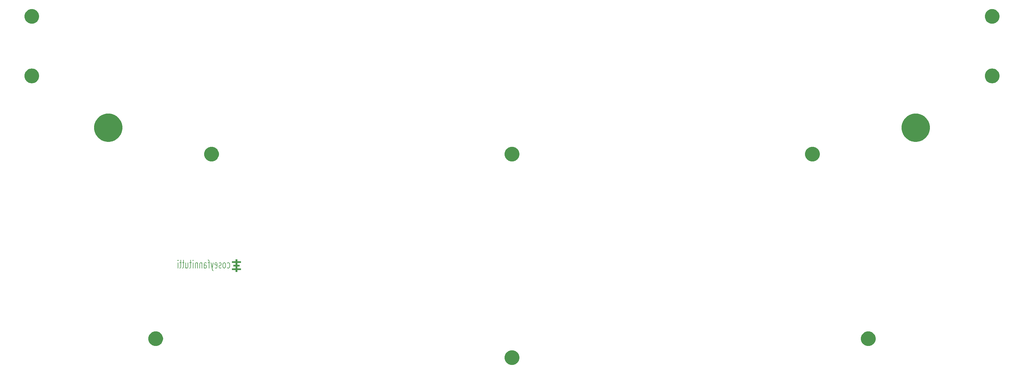
<source format=gbr>
G04 #@! TF.GenerationSoftware,KiCad,Pcbnew,(5.0.0)*
G04 #@! TF.CreationDate,2019-07-26T01:09:39-04:00*
G04 #@! TF.ProjectId,discipline-pcb,6469736369706C696E652D7063622E6B,rev?*
G04 #@! TF.SameCoordinates,Original*
G04 #@! TF.FileFunction,Soldermask,Bot*
G04 #@! TF.FilePolarity,Negative*
%FSLAX46Y46*%
G04 Gerber Fmt 4.6, Leading zero omitted, Abs format (unit mm)*
G04 Created by KiCad (PCBNEW (5.0.0)) date 07/26/19 01:09:39*
%MOMM*%
%LPD*%
G01*
G04 APERTURE LIST*
%ADD10C,0.200000*%
%ADD11C,0.010000*%
%ADD12C,0.100000*%
G04 APERTURE END LIST*
D10*
X125397214Y-134521644D02*
X125540071Y-134640692D01*
X125825785Y-134640692D01*
X125968642Y-134521644D01*
X126040071Y-134402597D01*
X126111500Y-134164501D01*
X126111500Y-133450216D01*
X126040071Y-133212120D01*
X125968642Y-133093073D01*
X125825785Y-132974025D01*
X125540071Y-132974025D01*
X125397214Y-133093073D01*
X124540071Y-134640692D02*
X124682928Y-134521644D01*
X124754357Y-134402597D01*
X124825785Y-134164501D01*
X124825785Y-133450216D01*
X124754357Y-133212120D01*
X124682928Y-133093073D01*
X124540071Y-132974025D01*
X124325785Y-132974025D01*
X124182928Y-133093073D01*
X124111500Y-133212120D01*
X124040071Y-133450216D01*
X124040071Y-134164501D01*
X124111500Y-134402597D01*
X124182928Y-134521644D01*
X124325785Y-134640692D01*
X124540071Y-134640692D01*
X123468642Y-134521644D02*
X123325785Y-134640692D01*
X123040071Y-134640692D01*
X122897214Y-134521644D01*
X122825785Y-134283549D01*
X122825785Y-134164501D01*
X122897214Y-133926406D01*
X123040071Y-133807359D01*
X123254357Y-133807359D01*
X123397214Y-133688311D01*
X123468642Y-133450216D01*
X123468642Y-133331168D01*
X123397214Y-133093073D01*
X123254357Y-132974025D01*
X123040071Y-132974025D01*
X122897214Y-133093073D01*
X121611500Y-134521644D02*
X121754357Y-134640692D01*
X122040071Y-134640692D01*
X122182928Y-134521644D01*
X122254357Y-134283549D01*
X122254357Y-133331168D01*
X122182928Y-133093073D01*
X122040071Y-132974025D01*
X121754357Y-132974025D01*
X121611500Y-133093073D01*
X121540071Y-133331168D01*
X121540071Y-133569263D01*
X122254357Y-133807359D01*
X121040071Y-132974025D02*
X120682928Y-134640692D01*
X120325785Y-132974025D02*
X120682928Y-134640692D01*
X120825785Y-135235930D01*
X120897214Y-135354978D01*
X121040071Y-135474025D01*
X119968642Y-132974025D02*
X119397214Y-132974025D01*
X119754357Y-134640692D02*
X119754357Y-132497835D01*
X119682928Y-132259740D01*
X119540071Y-132140692D01*
X119397214Y-132140692D01*
X118254357Y-134640692D02*
X118254357Y-133331168D01*
X118325785Y-133093073D01*
X118468642Y-132974025D01*
X118754357Y-132974025D01*
X118897214Y-133093073D01*
X118254357Y-134521644D02*
X118397214Y-134640692D01*
X118754357Y-134640692D01*
X118897214Y-134521644D01*
X118968642Y-134283549D01*
X118968642Y-134045454D01*
X118897214Y-133807359D01*
X118754357Y-133688311D01*
X118397214Y-133688311D01*
X118254357Y-133569263D01*
X117540071Y-132974025D02*
X117540071Y-134640692D01*
X117540071Y-133212120D02*
X117468642Y-133093073D01*
X117325785Y-132974025D01*
X117111500Y-132974025D01*
X116968642Y-133093073D01*
X116897214Y-133331168D01*
X116897214Y-134640692D01*
X116182928Y-132974025D02*
X116182928Y-134640692D01*
X116182928Y-133212120D02*
X116111500Y-133093073D01*
X115968642Y-132974025D01*
X115754357Y-132974025D01*
X115611500Y-133093073D01*
X115540071Y-133331168D01*
X115540071Y-134640692D01*
X114825785Y-134640692D02*
X114825785Y-132974025D01*
X114825785Y-132140692D02*
X114897214Y-132259740D01*
X114825785Y-132378787D01*
X114754357Y-132259740D01*
X114825785Y-132140692D01*
X114825785Y-132378787D01*
X114325785Y-132974025D02*
X113754357Y-132974025D01*
X114111500Y-132140692D02*
X114111500Y-134283549D01*
X114040071Y-134521644D01*
X113897214Y-134640692D01*
X113754357Y-134640692D01*
X112611500Y-132974025D02*
X112611500Y-134640692D01*
X113254357Y-132974025D02*
X113254357Y-134283549D01*
X113182928Y-134521644D01*
X113040071Y-134640692D01*
X112825785Y-134640692D01*
X112682928Y-134521644D01*
X112611500Y-134402597D01*
X112111500Y-132974025D02*
X111540071Y-132974025D01*
X111897214Y-132140692D02*
X111897214Y-134283549D01*
X111825785Y-134521644D01*
X111682928Y-134640692D01*
X111540071Y-134640692D01*
X111254357Y-132974025D02*
X110682928Y-132974025D01*
X111040071Y-132140692D02*
X111040071Y-134283549D01*
X110968642Y-134521644D01*
X110825785Y-134640692D01*
X110682928Y-134640692D01*
X110182928Y-134640692D02*
X110182928Y-132974025D01*
X110182928Y-132140692D02*
X110254357Y-132259740D01*
X110182928Y-132378787D01*
X110111500Y-132259740D01*
X110182928Y-132140692D01*
X110182928Y-132378787D01*
D11*
G04 #@! TO.C,G\002A\002A\002A*
G36*
X128375486Y-135163121D02*
X128944869Y-135160944D01*
X129514252Y-135158768D01*
X129514252Y-134752368D01*
X128375486Y-134748016D01*
X128375486Y-134087735D01*
X129095153Y-134087735D01*
X129095153Y-133655935D01*
X128375486Y-133655935D01*
X128375486Y-132978721D01*
X128944869Y-132976544D01*
X129514252Y-132974368D01*
X129516515Y-132760585D01*
X129518777Y-132546802D01*
X128375486Y-132546802D01*
X128375486Y-131928735D01*
X127935219Y-131928735D01*
X127935219Y-132546802D01*
X126800686Y-132546802D01*
X126800686Y-132978601D01*
X127935219Y-132978601D01*
X127935219Y-133655935D01*
X127224019Y-133655935D01*
X127224019Y-134087735D01*
X127935219Y-134087735D01*
X127935219Y-134748135D01*
X126800686Y-134748135D01*
X126800686Y-135163001D01*
X127935000Y-135163001D01*
X127939452Y-135751435D01*
X128157469Y-135753694D01*
X128375486Y-135755954D01*
X128375486Y-135163121D01*
X128375486Y-135163121D01*
G37*
X128375486Y-135163121D02*
X128944869Y-135160944D01*
X129514252Y-135158768D01*
X129514252Y-134752368D01*
X128375486Y-134748016D01*
X128375486Y-134087735D01*
X129095153Y-134087735D01*
X129095153Y-133655935D01*
X128375486Y-133655935D01*
X128375486Y-132978721D01*
X128944869Y-132976544D01*
X129514252Y-132974368D01*
X129516515Y-132760585D01*
X129518777Y-132546802D01*
X128375486Y-132546802D01*
X128375486Y-131928735D01*
X127935219Y-131928735D01*
X127935219Y-132546802D01*
X126800686Y-132546802D01*
X126800686Y-132978601D01*
X127935219Y-132978601D01*
X127935219Y-133655935D01*
X127224019Y-133655935D01*
X127224019Y-134087735D01*
X127935219Y-134087735D01*
X127935219Y-134748135D01*
X126800686Y-134748135D01*
X126800686Y-135163001D01*
X127935000Y-135163001D01*
X127939452Y-135751435D01*
X128157469Y-135753694D01*
X128375486Y-135755954D01*
X128375486Y-135163121D01*
D12*
G36*
X213298324Y-159971994D02*
X213646472Y-160041244D01*
X214056128Y-160210929D01*
X214424808Y-160457274D01*
X214738345Y-160770811D01*
X214984690Y-161139491D01*
X215154375Y-161549147D01*
X215240879Y-161984036D01*
X215240879Y-162427444D01*
X215154375Y-162862333D01*
X214984690Y-163271989D01*
X214738345Y-163640669D01*
X214424808Y-163954206D01*
X214056128Y-164200551D01*
X213646472Y-164370236D01*
X213298324Y-164439486D01*
X213211585Y-164456740D01*
X212768173Y-164456740D01*
X212681434Y-164439486D01*
X212333286Y-164370236D01*
X211923630Y-164200551D01*
X211554950Y-163954206D01*
X211241413Y-163640669D01*
X210995068Y-163271989D01*
X210825383Y-162862333D01*
X210738879Y-162427444D01*
X210738879Y-161984036D01*
X210825383Y-161549147D01*
X210995068Y-161139491D01*
X211241413Y-160770811D01*
X211554950Y-160457274D01*
X211923630Y-160210929D01*
X212333286Y-160041244D01*
X212681434Y-159971994D01*
X212768173Y-159954740D01*
X213211585Y-159954740D01*
X213298324Y-159971994D01*
X213298324Y-159971994D01*
G37*
G36*
X322945782Y-154160844D02*
X323293930Y-154230094D01*
X323703586Y-154399779D01*
X324072266Y-154646124D01*
X324385803Y-154959661D01*
X324632148Y-155328341D01*
X324801833Y-155737997D01*
X324888337Y-156172886D01*
X324888337Y-156616294D01*
X324801833Y-157051183D01*
X324632148Y-157460839D01*
X324385803Y-157829519D01*
X324072266Y-158143056D01*
X323703586Y-158389401D01*
X323293930Y-158559086D01*
X322945782Y-158628336D01*
X322859043Y-158645590D01*
X322415631Y-158645590D01*
X322328892Y-158628336D01*
X321980744Y-158559086D01*
X321571088Y-158389401D01*
X321202408Y-158143056D01*
X320888871Y-157829519D01*
X320642526Y-157460839D01*
X320472841Y-157051183D01*
X320386337Y-156616294D01*
X320386337Y-156172886D01*
X320472841Y-155737997D01*
X320642526Y-155328341D01*
X320888871Y-154959661D01*
X321202408Y-154646124D01*
X321571088Y-154399779D01*
X321980744Y-154230094D01*
X322328892Y-154160844D01*
X322415631Y-154143590D01*
X322859043Y-154143590D01*
X322945782Y-154160844D01*
X322945782Y-154160844D01*
G37*
G36*
X103650867Y-154160844D02*
X103999015Y-154230094D01*
X104408671Y-154399779D01*
X104777351Y-154646124D01*
X105090888Y-154959661D01*
X105337233Y-155328341D01*
X105506918Y-155737997D01*
X105593422Y-156172886D01*
X105593422Y-156616294D01*
X105506918Y-157051183D01*
X105337233Y-157460839D01*
X105090888Y-157829519D01*
X104777351Y-158143056D01*
X104408671Y-158389401D01*
X103999015Y-158559086D01*
X103650867Y-158628336D01*
X103564128Y-158645590D01*
X103120716Y-158645590D01*
X103033977Y-158628336D01*
X102685829Y-158559086D01*
X102276173Y-158389401D01*
X101907493Y-158143056D01*
X101593956Y-157829519D01*
X101347611Y-157460839D01*
X101177926Y-157051183D01*
X101091422Y-156616294D01*
X101091422Y-156172886D01*
X101177926Y-155737997D01*
X101347611Y-155328341D01*
X101593956Y-154959661D01*
X101907493Y-154646124D01*
X102276173Y-154399779D01*
X102685829Y-154230094D01*
X103033977Y-154160844D01*
X103120716Y-154143590D01*
X103564128Y-154143590D01*
X103650867Y-154160844D01*
X103650867Y-154160844D01*
G37*
G36*
X305756947Y-97316878D02*
X306105095Y-97386128D01*
X306514751Y-97555813D01*
X306883431Y-97802158D01*
X307196968Y-98115695D01*
X307443313Y-98484375D01*
X307612998Y-98894031D01*
X307699502Y-99328920D01*
X307699502Y-99772328D01*
X307612998Y-100207217D01*
X307443313Y-100616873D01*
X307196968Y-100985553D01*
X306883431Y-101299090D01*
X306514751Y-101545435D01*
X306105095Y-101715120D01*
X305756947Y-101784370D01*
X305670208Y-101801624D01*
X305226796Y-101801624D01*
X305140057Y-101784370D01*
X304791909Y-101715120D01*
X304382253Y-101545435D01*
X304013573Y-101299090D01*
X303700036Y-100985553D01*
X303453691Y-100616873D01*
X303284006Y-100207217D01*
X303197502Y-99772328D01*
X303197502Y-99328920D01*
X303284006Y-98894031D01*
X303453691Y-98484375D01*
X303700036Y-98115695D01*
X304013573Y-97802158D01*
X304382253Y-97555813D01*
X304791909Y-97386128D01*
X305140057Y-97316878D01*
X305226796Y-97299624D01*
X305670208Y-97299624D01*
X305756947Y-97316878D01*
X305756947Y-97316878D01*
G37*
G36*
X213298324Y-97316878D02*
X213646472Y-97386128D01*
X214056128Y-97555813D01*
X214424808Y-97802158D01*
X214738345Y-98115695D01*
X214984690Y-98484375D01*
X215154375Y-98894031D01*
X215240879Y-99328920D01*
X215240879Y-99772328D01*
X215154375Y-100207217D01*
X214984690Y-100616873D01*
X214738345Y-100985553D01*
X214424808Y-101299090D01*
X214056128Y-101545435D01*
X213646472Y-101715120D01*
X213298324Y-101784370D01*
X213211585Y-101801624D01*
X212768173Y-101801624D01*
X212681434Y-101784370D01*
X212333286Y-101715120D01*
X211923630Y-101545435D01*
X211554950Y-101299090D01*
X211241413Y-100985553D01*
X210995068Y-100616873D01*
X210825383Y-100207217D01*
X210738879Y-99772328D01*
X210738879Y-99328920D01*
X210825383Y-98894031D01*
X210995068Y-98484375D01*
X211241413Y-98115695D01*
X211554950Y-97802158D01*
X211923630Y-97555813D01*
X212333286Y-97386128D01*
X212681434Y-97316878D01*
X212768173Y-97299624D01*
X213211585Y-97299624D01*
X213298324Y-97316878D01*
X213298324Y-97316878D01*
G37*
G36*
X120839702Y-97316878D02*
X121187850Y-97386128D01*
X121597506Y-97555813D01*
X121966186Y-97802158D01*
X122279723Y-98115695D01*
X122526068Y-98484375D01*
X122695753Y-98894031D01*
X122782257Y-99328920D01*
X122782257Y-99772328D01*
X122695753Y-100207217D01*
X122526068Y-100616873D01*
X122279723Y-100985553D01*
X121966186Y-101299090D01*
X121597506Y-101545435D01*
X121187850Y-101715120D01*
X120839702Y-101784370D01*
X120752963Y-101801624D01*
X120309551Y-101801624D01*
X120222812Y-101784370D01*
X119874664Y-101715120D01*
X119465008Y-101545435D01*
X119096328Y-101299090D01*
X118782791Y-100985553D01*
X118536446Y-100616873D01*
X118366761Y-100207217D01*
X118280257Y-99772328D01*
X118280257Y-99328920D01*
X118366761Y-98894031D01*
X118536446Y-98484375D01*
X118782791Y-98115695D01*
X119096328Y-97802158D01*
X119465008Y-97555813D01*
X119874664Y-97386128D01*
X120222812Y-97316878D01*
X120309551Y-97299624D01*
X120752963Y-97299624D01*
X120839702Y-97316878D01*
X120839702Y-97316878D01*
G37*
G36*
X89298012Y-87082346D02*
X90018996Y-87225758D01*
X90810828Y-87553745D01*
X91523457Y-88029909D01*
X92129499Y-88635951D01*
X92605663Y-89348580D01*
X92933650Y-90140412D01*
X93100856Y-90981016D01*
X93100856Y-91838088D01*
X92933650Y-92678692D01*
X92605663Y-93470524D01*
X92129499Y-94183153D01*
X91523457Y-94789195D01*
X90810828Y-95265359D01*
X90018996Y-95593346D01*
X89298012Y-95736758D01*
X89178393Y-95760552D01*
X88321319Y-95760552D01*
X88201700Y-95736758D01*
X87480716Y-95593346D01*
X86688884Y-95265359D01*
X85976255Y-94789195D01*
X85370213Y-94183153D01*
X84894049Y-93470524D01*
X84566062Y-92678692D01*
X84398856Y-91838088D01*
X84398856Y-90981016D01*
X84566062Y-90140412D01*
X84894049Y-89348580D01*
X85370213Y-88635951D01*
X85976255Y-88029909D01*
X86688884Y-87553745D01*
X87480716Y-87225758D01*
X88201700Y-87082346D01*
X88321319Y-87058552D01*
X89178393Y-87058552D01*
X89298012Y-87082346D01*
X89298012Y-87082346D01*
G37*
G36*
X337778059Y-87082346D02*
X338499043Y-87225758D01*
X339290875Y-87553745D01*
X340003504Y-88029909D01*
X340609546Y-88635951D01*
X341085710Y-89348580D01*
X341413697Y-90140412D01*
X341580903Y-90981016D01*
X341580903Y-91838088D01*
X341413697Y-92678692D01*
X341085710Y-93470524D01*
X340609546Y-94183153D01*
X340003504Y-94789195D01*
X339290875Y-95265359D01*
X338499043Y-95593346D01*
X337778059Y-95736758D01*
X337658440Y-95760552D01*
X336801366Y-95760552D01*
X336681747Y-95736758D01*
X335960763Y-95593346D01*
X335168931Y-95265359D01*
X334456302Y-94789195D01*
X333850260Y-94183153D01*
X333374096Y-93470524D01*
X333046109Y-92678692D01*
X332878903Y-91838088D01*
X332878903Y-90981016D01*
X333046109Y-90140412D01*
X333374096Y-89348580D01*
X333850260Y-88635951D01*
X334456302Y-88029909D01*
X335168931Y-87553745D01*
X335960763Y-87225758D01*
X336681747Y-87082346D01*
X336801366Y-87058552D01*
X337658440Y-87058552D01*
X337778059Y-87082346D01*
X337778059Y-87082346D01*
G37*
G36*
X65540949Y-73235127D02*
X65889097Y-73304377D01*
X66298753Y-73474062D01*
X66667433Y-73720407D01*
X66980970Y-74033944D01*
X67227315Y-74402624D01*
X67397000Y-74812280D01*
X67483504Y-75247169D01*
X67483504Y-75690577D01*
X67397000Y-76125466D01*
X67227315Y-76535122D01*
X66980970Y-76903802D01*
X66667433Y-77217339D01*
X66298753Y-77463684D01*
X65889097Y-77633369D01*
X65540949Y-77702619D01*
X65454210Y-77719873D01*
X65010798Y-77719873D01*
X64924059Y-77702619D01*
X64575911Y-77633369D01*
X64166255Y-77463684D01*
X63797575Y-77217339D01*
X63484038Y-76903802D01*
X63237693Y-76535122D01*
X63068008Y-76125466D01*
X62981504Y-75690577D01*
X62981504Y-75247169D01*
X63068008Y-74812280D01*
X63237693Y-74402624D01*
X63484038Y-74033944D01*
X63797575Y-73720407D01*
X64166255Y-73474062D01*
X64575911Y-73304377D01*
X64924059Y-73235127D01*
X65010798Y-73217873D01*
X65454210Y-73217873D01*
X65540949Y-73235127D01*
X65540949Y-73235127D01*
G37*
G36*
X361055700Y-73235127D02*
X361403848Y-73304377D01*
X361813504Y-73474062D01*
X362182184Y-73720407D01*
X362495721Y-74033944D01*
X362742066Y-74402624D01*
X362911751Y-74812280D01*
X362998255Y-75247169D01*
X362998255Y-75690577D01*
X362911751Y-76125466D01*
X362742066Y-76535122D01*
X362495721Y-76903802D01*
X362182184Y-77217339D01*
X361813504Y-77463684D01*
X361403848Y-77633369D01*
X361055700Y-77702619D01*
X360968961Y-77719873D01*
X360525549Y-77719873D01*
X360438810Y-77702619D01*
X360090662Y-77633369D01*
X359681006Y-77463684D01*
X359312326Y-77217339D01*
X358998789Y-76903802D01*
X358752444Y-76535122D01*
X358582759Y-76125466D01*
X358496255Y-75690577D01*
X358496255Y-75247169D01*
X358582759Y-74812280D01*
X358752444Y-74402624D01*
X358998789Y-74033944D01*
X359312326Y-73720407D01*
X359681006Y-73474062D01*
X360090662Y-73304377D01*
X360438810Y-73235127D01*
X360525549Y-73217873D01*
X360968961Y-73217873D01*
X361055700Y-73235127D01*
X361055700Y-73235127D01*
G37*
G36*
X65540949Y-54913414D02*
X65889097Y-54982664D01*
X66298753Y-55152349D01*
X66667433Y-55398694D01*
X66980970Y-55712231D01*
X67227315Y-56080911D01*
X67397000Y-56490567D01*
X67483504Y-56925456D01*
X67483504Y-57368864D01*
X67397000Y-57803753D01*
X67227315Y-58213409D01*
X66980970Y-58582089D01*
X66667433Y-58895626D01*
X66298753Y-59141971D01*
X65889097Y-59311656D01*
X65540949Y-59380906D01*
X65454210Y-59398160D01*
X65010798Y-59398160D01*
X64924059Y-59380906D01*
X64575911Y-59311656D01*
X64166255Y-59141971D01*
X63797575Y-58895626D01*
X63484038Y-58582089D01*
X63237693Y-58213409D01*
X63068008Y-57803753D01*
X62981504Y-57368864D01*
X62981504Y-56925456D01*
X63068008Y-56490567D01*
X63237693Y-56080911D01*
X63484038Y-55712231D01*
X63797575Y-55398694D01*
X64166255Y-55152349D01*
X64575911Y-54982664D01*
X64924059Y-54913414D01*
X65010798Y-54896160D01*
X65454210Y-54896160D01*
X65540949Y-54913414D01*
X65540949Y-54913414D01*
G37*
G36*
X361055700Y-54913414D02*
X361403848Y-54982664D01*
X361813504Y-55152349D01*
X362182184Y-55398694D01*
X362495721Y-55712231D01*
X362742066Y-56080911D01*
X362911751Y-56490567D01*
X362998255Y-56925456D01*
X362998255Y-57368864D01*
X362911751Y-57803753D01*
X362742066Y-58213409D01*
X362495721Y-58582089D01*
X362182184Y-58895626D01*
X361813504Y-59141971D01*
X361403848Y-59311656D01*
X361055700Y-59380906D01*
X360968961Y-59398160D01*
X360525549Y-59398160D01*
X360438810Y-59380906D01*
X360090662Y-59311656D01*
X359681006Y-59141971D01*
X359312326Y-58895626D01*
X358998789Y-58582089D01*
X358752444Y-58213409D01*
X358582759Y-57803753D01*
X358496255Y-57368864D01*
X358496255Y-56925456D01*
X358582759Y-56490567D01*
X358752444Y-56080911D01*
X358998789Y-55712231D01*
X359312326Y-55398694D01*
X359681006Y-55152349D01*
X360090662Y-54982664D01*
X360438810Y-54913414D01*
X360525549Y-54896160D01*
X360968961Y-54896160D01*
X361055700Y-54913414D01*
X361055700Y-54913414D01*
G37*
M02*

</source>
